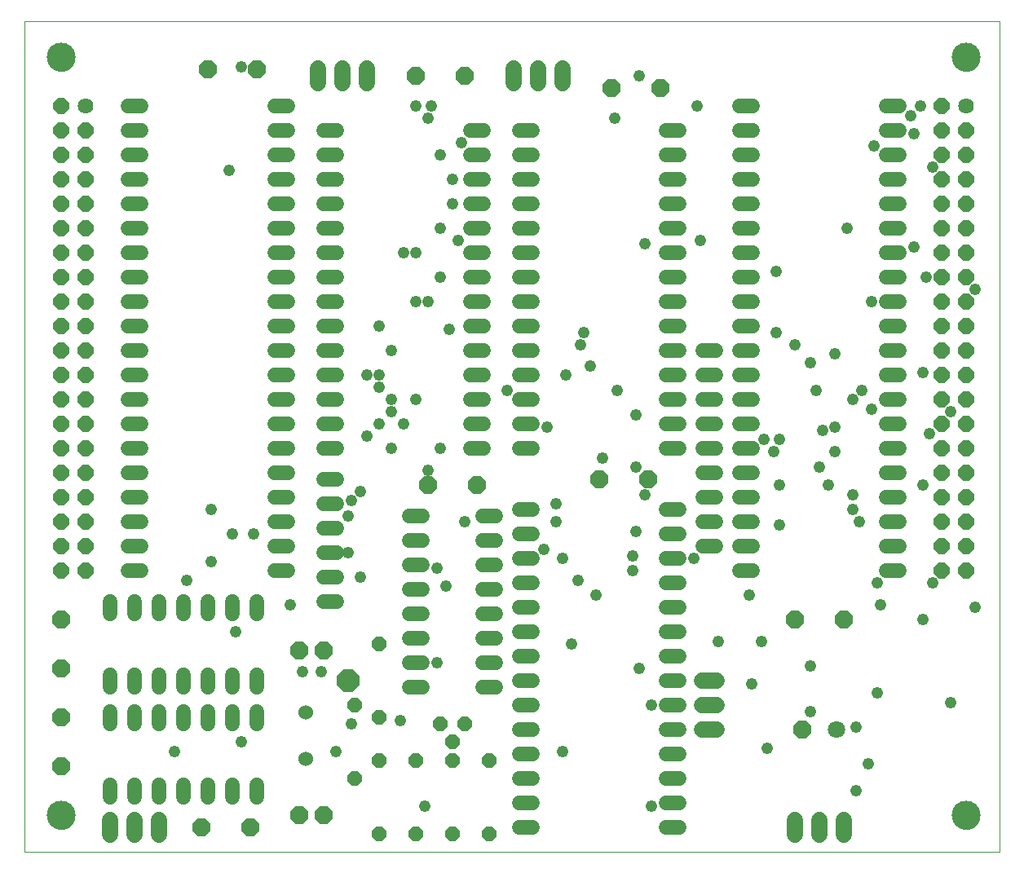
<source format=gbs>
G75*
%MOIN*%
%OFA0B0*%
%FSLAX25Y25*%
%IPPOS*%
%LPD*%
%AMOC8*
5,1,8,0,0,1.08239X$1,22.5*
%
%ADD10C,0.00000*%
%ADD11C,0.11824*%
%ADD12C,0.06000*%
%ADD13C,0.06400*%
%ADD14OC8,0.06400*%
%ADD15C,0.06800*%
%ADD16C,0.06000*%
%ADD17OC8,0.06000*%
%ADD18OC8,0.07100*%
%ADD19C,0.07100*%
%ADD20OC8,0.09300*%
%ADD21C,0.04800*%
D10*
X0001500Y0009721D02*
X0001500Y0349682D01*
X0400201Y0349682D01*
X0400201Y0009721D01*
X0001500Y0009721D01*
X0010988Y0024721D02*
X0010990Y0024869D01*
X0010996Y0025017D01*
X0011006Y0025165D01*
X0011020Y0025312D01*
X0011038Y0025459D01*
X0011059Y0025605D01*
X0011085Y0025751D01*
X0011115Y0025896D01*
X0011148Y0026040D01*
X0011186Y0026183D01*
X0011227Y0026325D01*
X0011272Y0026466D01*
X0011320Y0026606D01*
X0011373Y0026745D01*
X0011429Y0026882D01*
X0011489Y0027017D01*
X0011552Y0027151D01*
X0011619Y0027283D01*
X0011690Y0027413D01*
X0011764Y0027541D01*
X0011841Y0027667D01*
X0011922Y0027791D01*
X0012006Y0027913D01*
X0012093Y0028032D01*
X0012184Y0028149D01*
X0012278Y0028264D01*
X0012374Y0028376D01*
X0012474Y0028486D01*
X0012576Y0028592D01*
X0012682Y0028696D01*
X0012790Y0028797D01*
X0012901Y0028895D01*
X0013014Y0028991D01*
X0013130Y0029083D01*
X0013248Y0029172D01*
X0013369Y0029257D01*
X0013492Y0029340D01*
X0013617Y0029419D01*
X0013744Y0029495D01*
X0013873Y0029567D01*
X0014004Y0029636D01*
X0014137Y0029701D01*
X0014272Y0029762D01*
X0014408Y0029820D01*
X0014545Y0029875D01*
X0014684Y0029925D01*
X0014825Y0029972D01*
X0014966Y0030015D01*
X0015109Y0030055D01*
X0015253Y0030090D01*
X0015397Y0030122D01*
X0015543Y0030149D01*
X0015689Y0030173D01*
X0015836Y0030193D01*
X0015983Y0030209D01*
X0016130Y0030221D01*
X0016278Y0030229D01*
X0016426Y0030233D01*
X0016574Y0030233D01*
X0016722Y0030229D01*
X0016870Y0030221D01*
X0017017Y0030209D01*
X0017164Y0030193D01*
X0017311Y0030173D01*
X0017457Y0030149D01*
X0017603Y0030122D01*
X0017747Y0030090D01*
X0017891Y0030055D01*
X0018034Y0030015D01*
X0018175Y0029972D01*
X0018316Y0029925D01*
X0018455Y0029875D01*
X0018592Y0029820D01*
X0018728Y0029762D01*
X0018863Y0029701D01*
X0018996Y0029636D01*
X0019127Y0029567D01*
X0019256Y0029495D01*
X0019383Y0029419D01*
X0019508Y0029340D01*
X0019631Y0029257D01*
X0019752Y0029172D01*
X0019870Y0029083D01*
X0019986Y0028991D01*
X0020099Y0028895D01*
X0020210Y0028797D01*
X0020318Y0028696D01*
X0020424Y0028592D01*
X0020526Y0028486D01*
X0020626Y0028376D01*
X0020722Y0028264D01*
X0020816Y0028149D01*
X0020907Y0028032D01*
X0020994Y0027913D01*
X0021078Y0027791D01*
X0021159Y0027667D01*
X0021236Y0027541D01*
X0021310Y0027413D01*
X0021381Y0027283D01*
X0021448Y0027151D01*
X0021511Y0027017D01*
X0021571Y0026882D01*
X0021627Y0026745D01*
X0021680Y0026606D01*
X0021728Y0026466D01*
X0021773Y0026325D01*
X0021814Y0026183D01*
X0021852Y0026040D01*
X0021885Y0025896D01*
X0021915Y0025751D01*
X0021941Y0025605D01*
X0021962Y0025459D01*
X0021980Y0025312D01*
X0021994Y0025165D01*
X0022004Y0025017D01*
X0022010Y0024869D01*
X0022012Y0024721D01*
X0022010Y0024573D01*
X0022004Y0024425D01*
X0021994Y0024277D01*
X0021980Y0024130D01*
X0021962Y0023983D01*
X0021941Y0023837D01*
X0021915Y0023691D01*
X0021885Y0023546D01*
X0021852Y0023402D01*
X0021814Y0023259D01*
X0021773Y0023117D01*
X0021728Y0022976D01*
X0021680Y0022836D01*
X0021627Y0022697D01*
X0021571Y0022560D01*
X0021511Y0022425D01*
X0021448Y0022291D01*
X0021381Y0022159D01*
X0021310Y0022029D01*
X0021236Y0021901D01*
X0021159Y0021775D01*
X0021078Y0021651D01*
X0020994Y0021529D01*
X0020907Y0021410D01*
X0020816Y0021293D01*
X0020722Y0021178D01*
X0020626Y0021066D01*
X0020526Y0020956D01*
X0020424Y0020850D01*
X0020318Y0020746D01*
X0020210Y0020645D01*
X0020099Y0020547D01*
X0019986Y0020451D01*
X0019870Y0020359D01*
X0019752Y0020270D01*
X0019631Y0020185D01*
X0019508Y0020102D01*
X0019383Y0020023D01*
X0019256Y0019947D01*
X0019127Y0019875D01*
X0018996Y0019806D01*
X0018863Y0019741D01*
X0018728Y0019680D01*
X0018592Y0019622D01*
X0018455Y0019567D01*
X0018316Y0019517D01*
X0018175Y0019470D01*
X0018034Y0019427D01*
X0017891Y0019387D01*
X0017747Y0019352D01*
X0017603Y0019320D01*
X0017457Y0019293D01*
X0017311Y0019269D01*
X0017164Y0019249D01*
X0017017Y0019233D01*
X0016870Y0019221D01*
X0016722Y0019213D01*
X0016574Y0019209D01*
X0016426Y0019209D01*
X0016278Y0019213D01*
X0016130Y0019221D01*
X0015983Y0019233D01*
X0015836Y0019249D01*
X0015689Y0019269D01*
X0015543Y0019293D01*
X0015397Y0019320D01*
X0015253Y0019352D01*
X0015109Y0019387D01*
X0014966Y0019427D01*
X0014825Y0019470D01*
X0014684Y0019517D01*
X0014545Y0019567D01*
X0014408Y0019622D01*
X0014272Y0019680D01*
X0014137Y0019741D01*
X0014004Y0019806D01*
X0013873Y0019875D01*
X0013744Y0019947D01*
X0013617Y0020023D01*
X0013492Y0020102D01*
X0013369Y0020185D01*
X0013248Y0020270D01*
X0013130Y0020359D01*
X0013014Y0020451D01*
X0012901Y0020547D01*
X0012790Y0020645D01*
X0012682Y0020746D01*
X0012576Y0020850D01*
X0012474Y0020956D01*
X0012374Y0021066D01*
X0012278Y0021178D01*
X0012184Y0021293D01*
X0012093Y0021410D01*
X0012006Y0021529D01*
X0011922Y0021651D01*
X0011841Y0021775D01*
X0011764Y0021901D01*
X0011690Y0022029D01*
X0011619Y0022159D01*
X0011552Y0022291D01*
X0011489Y0022425D01*
X0011429Y0022560D01*
X0011373Y0022697D01*
X0011320Y0022836D01*
X0011272Y0022976D01*
X0011227Y0023117D01*
X0011186Y0023259D01*
X0011148Y0023402D01*
X0011115Y0023546D01*
X0011085Y0023691D01*
X0011059Y0023837D01*
X0011038Y0023983D01*
X0011020Y0024130D01*
X0011006Y0024277D01*
X0010996Y0024425D01*
X0010990Y0024573D01*
X0010988Y0024721D01*
X0010988Y0334721D02*
X0010990Y0334869D01*
X0010996Y0335017D01*
X0011006Y0335165D01*
X0011020Y0335312D01*
X0011038Y0335459D01*
X0011059Y0335605D01*
X0011085Y0335751D01*
X0011115Y0335896D01*
X0011148Y0336040D01*
X0011186Y0336183D01*
X0011227Y0336325D01*
X0011272Y0336466D01*
X0011320Y0336606D01*
X0011373Y0336745D01*
X0011429Y0336882D01*
X0011489Y0337017D01*
X0011552Y0337151D01*
X0011619Y0337283D01*
X0011690Y0337413D01*
X0011764Y0337541D01*
X0011841Y0337667D01*
X0011922Y0337791D01*
X0012006Y0337913D01*
X0012093Y0338032D01*
X0012184Y0338149D01*
X0012278Y0338264D01*
X0012374Y0338376D01*
X0012474Y0338486D01*
X0012576Y0338592D01*
X0012682Y0338696D01*
X0012790Y0338797D01*
X0012901Y0338895D01*
X0013014Y0338991D01*
X0013130Y0339083D01*
X0013248Y0339172D01*
X0013369Y0339257D01*
X0013492Y0339340D01*
X0013617Y0339419D01*
X0013744Y0339495D01*
X0013873Y0339567D01*
X0014004Y0339636D01*
X0014137Y0339701D01*
X0014272Y0339762D01*
X0014408Y0339820D01*
X0014545Y0339875D01*
X0014684Y0339925D01*
X0014825Y0339972D01*
X0014966Y0340015D01*
X0015109Y0340055D01*
X0015253Y0340090D01*
X0015397Y0340122D01*
X0015543Y0340149D01*
X0015689Y0340173D01*
X0015836Y0340193D01*
X0015983Y0340209D01*
X0016130Y0340221D01*
X0016278Y0340229D01*
X0016426Y0340233D01*
X0016574Y0340233D01*
X0016722Y0340229D01*
X0016870Y0340221D01*
X0017017Y0340209D01*
X0017164Y0340193D01*
X0017311Y0340173D01*
X0017457Y0340149D01*
X0017603Y0340122D01*
X0017747Y0340090D01*
X0017891Y0340055D01*
X0018034Y0340015D01*
X0018175Y0339972D01*
X0018316Y0339925D01*
X0018455Y0339875D01*
X0018592Y0339820D01*
X0018728Y0339762D01*
X0018863Y0339701D01*
X0018996Y0339636D01*
X0019127Y0339567D01*
X0019256Y0339495D01*
X0019383Y0339419D01*
X0019508Y0339340D01*
X0019631Y0339257D01*
X0019752Y0339172D01*
X0019870Y0339083D01*
X0019986Y0338991D01*
X0020099Y0338895D01*
X0020210Y0338797D01*
X0020318Y0338696D01*
X0020424Y0338592D01*
X0020526Y0338486D01*
X0020626Y0338376D01*
X0020722Y0338264D01*
X0020816Y0338149D01*
X0020907Y0338032D01*
X0020994Y0337913D01*
X0021078Y0337791D01*
X0021159Y0337667D01*
X0021236Y0337541D01*
X0021310Y0337413D01*
X0021381Y0337283D01*
X0021448Y0337151D01*
X0021511Y0337017D01*
X0021571Y0336882D01*
X0021627Y0336745D01*
X0021680Y0336606D01*
X0021728Y0336466D01*
X0021773Y0336325D01*
X0021814Y0336183D01*
X0021852Y0336040D01*
X0021885Y0335896D01*
X0021915Y0335751D01*
X0021941Y0335605D01*
X0021962Y0335459D01*
X0021980Y0335312D01*
X0021994Y0335165D01*
X0022004Y0335017D01*
X0022010Y0334869D01*
X0022012Y0334721D01*
X0022010Y0334573D01*
X0022004Y0334425D01*
X0021994Y0334277D01*
X0021980Y0334130D01*
X0021962Y0333983D01*
X0021941Y0333837D01*
X0021915Y0333691D01*
X0021885Y0333546D01*
X0021852Y0333402D01*
X0021814Y0333259D01*
X0021773Y0333117D01*
X0021728Y0332976D01*
X0021680Y0332836D01*
X0021627Y0332697D01*
X0021571Y0332560D01*
X0021511Y0332425D01*
X0021448Y0332291D01*
X0021381Y0332159D01*
X0021310Y0332029D01*
X0021236Y0331901D01*
X0021159Y0331775D01*
X0021078Y0331651D01*
X0020994Y0331529D01*
X0020907Y0331410D01*
X0020816Y0331293D01*
X0020722Y0331178D01*
X0020626Y0331066D01*
X0020526Y0330956D01*
X0020424Y0330850D01*
X0020318Y0330746D01*
X0020210Y0330645D01*
X0020099Y0330547D01*
X0019986Y0330451D01*
X0019870Y0330359D01*
X0019752Y0330270D01*
X0019631Y0330185D01*
X0019508Y0330102D01*
X0019383Y0330023D01*
X0019256Y0329947D01*
X0019127Y0329875D01*
X0018996Y0329806D01*
X0018863Y0329741D01*
X0018728Y0329680D01*
X0018592Y0329622D01*
X0018455Y0329567D01*
X0018316Y0329517D01*
X0018175Y0329470D01*
X0018034Y0329427D01*
X0017891Y0329387D01*
X0017747Y0329352D01*
X0017603Y0329320D01*
X0017457Y0329293D01*
X0017311Y0329269D01*
X0017164Y0329249D01*
X0017017Y0329233D01*
X0016870Y0329221D01*
X0016722Y0329213D01*
X0016574Y0329209D01*
X0016426Y0329209D01*
X0016278Y0329213D01*
X0016130Y0329221D01*
X0015983Y0329233D01*
X0015836Y0329249D01*
X0015689Y0329269D01*
X0015543Y0329293D01*
X0015397Y0329320D01*
X0015253Y0329352D01*
X0015109Y0329387D01*
X0014966Y0329427D01*
X0014825Y0329470D01*
X0014684Y0329517D01*
X0014545Y0329567D01*
X0014408Y0329622D01*
X0014272Y0329680D01*
X0014137Y0329741D01*
X0014004Y0329806D01*
X0013873Y0329875D01*
X0013744Y0329947D01*
X0013617Y0330023D01*
X0013492Y0330102D01*
X0013369Y0330185D01*
X0013248Y0330270D01*
X0013130Y0330359D01*
X0013014Y0330451D01*
X0012901Y0330547D01*
X0012790Y0330645D01*
X0012682Y0330746D01*
X0012576Y0330850D01*
X0012474Y0330956D01*
X0012374Y0331066D01*
X0012278Y0331178D01*
X0012184Y0331293D01*
X0012093Y0331410D01*
X0012006Y0331529D01*
X0011922Y0331651D01*
X0011841Y0331775D01*
X0011764Y0331901D01*
X0011690Y0332029D01*
X0011619Y0332159D01*
X0011552Y0332291D01*
X0011489Y0332425D01*
X0011429Y0332560D01*
X0011373Y0332697D01*
X0011320Y0332836D01*
X0011272Y0332976D01*
X0011227Y0333117D01*
X0011186Y0333259D01*
X0011148Y0333402D01*
X0011115Y0333546D01*
X0011085Y0333691D01*
X0011059Y0333837D01*
X0011038Y0333983D01*
X0011020Y0334130D01*
X0011006Y0334277D01*
X0010996Y0334425D01*
X0010990Y0334573D01*
X0010988Y0334721D01*
X0380988Y0334721D02*
X0380990Y0334869D01*
X0380996Y0335017D01*
X0381006Y0335165D01*
X0381020Y0335312D01*
X0381038Y0335459D01*
X0381059Y0335605D01*
X0381085Y0335751D01*
X0381115Y0335896D01*
X0381148Y0336040D01*
X0381186Y0336183D01*
X0381227Y0336325D01*
X0381272Y0336466D01*
X0381320Y0336606D01*
X0381373Y0336745D01*
X0381429Y0336882D01*
X0381489Y0337017D01*
X0381552Y0337151D01*
X0381619Y0337283D01*
X0381690Y0337413D01*
X0381764Y0337541D01*
X0381841Y0337667D01*
X0381922Y0337791D01*
X0382006Y0337913D01*
X0382093Y0338032D01*
X0382184Y0338149D01*
X0382278Y0338264D01*
X0382374Y0338376D01*
X0382474Y0338486D01*
X0382576Y0338592D01*
X0382682Y0338696D01*
X0382790Y0338797D01*
X0382901Y0338895D01*
X0383014Y0338991D01*
X0383130Y0339083D01*
X0383248Y0339172D01*
X0383369Y0339257D01*
X0383492Y0339340D01*
X0383617Y0339419D01*
X0383744Y0339495D01*
X0383873Y0339567D01*
X0384004Y0339636D01*
X0384137Y0339701D01*
X0384272Y0339762D01*
X0384408Y0339820D01*
X0384545Y0339875D01*
X0384684Y0339925D01*
X0384825Y0339972D01*
X0384966Y0340015D01*
X0385109Y0340055D01*
X0385253Y0340090D01*
X0385397Y0340122D01*
X0385543Y0340149D01*
X0385689Y0340173D01*
X0385836Y0340193D01*
X0385983Y0340209D01*
X0386130Y0340221D01*
X0386278Y0340229D01*
X0386426Y0340233D01*
X0386574Y0340233D01*
X0386722Y0340229D01*
X0386870Y0340221D01*
X0387017Y0340209D01*
X0387164Y0340193D01*
X0387311Y0340173D01*
X0387457Y0340149D01*
X0387603Y0340122D01*
X0387747Y0340090D01*
X0387891Y0340055D01*
X0388034Y0340015D01*
X0388175Y0339972D01*
X0388316Y0339925D01*
X0388455Y0339875D01*
X0388592Y0339820D01*
X0388728Y0339762D01*
X0388863Y0339701D01*
X0388996Y0339636D01*
X0389127Y0339567D01*
X0389256Y0339495D01*
X0389383Y0339419D01*
X0389508Y0339340D01*
X0389631Y0339257D01*
X0389752Y0339172D01*
X0389870Y0339083D01*
X0389986Y0338991D01*
X0390099Y0338895D01*
X0390210Y0338797D01*
X0390318Y0338696D01*
X0390424Y0338592D01*
X0390526Y0338486D01*
X0390626Y0338376D01*
X0390722Y0338264D01*
X0390816Y0338149D01*
X0390907Y0338032D01*
X0390994Y0337913D01*
X0391078Y0337791D01*
X0391159Y0337667D01*
X0391236Y0337541D01*
X0391310Y0337413D01*
X0391381Y0337283D01*
X0391448Y0337151D01*
X0391511Y0337017D01*
X0391571Y0336882D01*
X0391627Y0336745D01*
X0391680Y0336606D01*
X0391728Y0336466D01*
X0391773Y0336325D01*
X0391814Y0336183D01*
X0391852Y0336040D01*
X0391885Y0335896D01*
X0391915Y0335751D01*
X0391941Y0335605D01*
X0391962Y0335459D01*
X0391980Y0335312D01*
X0391994Y0335165D01*
X0392004Y0335017D01*
X0392010Y0334869D01*
X0392012Y0334721D01*
X0392010Y0334573D01*
X0392004Y0334425D01*
X0391994Y0334277D01*
X0391980Y0334130D01*
X0391962Y0333983D01*
X0391941Y0333837D01*
X0391915Y0333691D01*
X0391885Y0333546D01*
X0391852Y0333402D01*
X0391814Y0333259D01*
X0391773Y0333117D01*
X0391728Y0332976D01*
X0391680Y0332836D01*
X0391627Y0332697D01*
X0391571Y0332560D01*
X0391511Y0332425D01*
X0391448Y0332291D01*
X0391381Y0332159D01*
X0391310Y0332029D01*
X0391236Y0331901D01*
X0391159Y0331775D01*
X0391078Y0331651D01*
X0390994Y0331529D01*
X0390907Y0331410D01*
X0390816Y0331293D01*
X0390722Y0331178D01*
X0390626Y0331066D01*
X0390526Y0330956D01*
X0390424Y0330850D01*
X0390318Y0330746D01*
X0390210Y0330645D01*
X0390099Y0330547D01*
X0389986Y0330451D01*
X0389870Y0330359D01*
X0389752Y0330270D01*
X0389631Y0330185D01*
X0389508Y0330102D01*
X0389383Y0330023D01*
X0389256Y0329947D01*
X0389127Y0329875D01*
X0388996Y0329806D01*
X0388863Y0329741D01*
X0388728Y0329680D01*
X0388592Y0329622D01*
X0388455Y0329567D01*
X0388316Y0329517D01*
X0388175Y0329470D01*
X0388034Y0329427D01*
X0387891Y0329387D01*
X0387747Y0329352D01*
X0387603Y0329320D01*
X0387457Y0329293D01*
X0387311Y0329269D01*
X0387164Y0329249D01*
X0387017Y0329233D01*
X0386870Y0329221D01*
X0386722Y0329213D01*
X0386574Y0329209D01*
X0386426Y0329209D01*
X0386278Y0329213D01*
X0386130Y0329221D01*
X0385983Y0329233D01*
X0385836Y0329249D01*
X0385689Y0329269D01*
X0385543Y0329293D01*
X0385397Y0329320D01*
X0385253Y0329352D01*
X0385109Y0329387D01*
X0384966Y0329427D01*
X0384825Y0329470D01*
X0384684Y0329517D01*
X0384545Y0329567D01*
X0384408Y0329622D01*
X0384272Y0329680D01*
X0384137Y0329741D01*
X0384004Y0329806D01*
X0383873Y0329875D01*
X0383744Y0329947D01*
X0383617Y0330023D01*
X0383492Y0330102D01*
X0383369Y0330185D01*
X0383248Y0330270D01*
X0383130Y0330359D01*
X0383014Y0330451D01*
X0382901Y0330547D01*
X0382790Y0330645D01*
X0382682Y0330746D01*
X0382576Y0330850D01*
X0382474Y0330956D01*
X0382374Y0331066D01*
X0382278Y0331178D01*
X0382184Y0331293D01*
X0382093Y0331410D01*
X0382006Y0331529D01*
X0381922Y0331651D01*
X0381841Y0331775D01*
X0381764Y0331901D01*
X0381690Y0332029D01*
X0381619Y0332159D01*
X0381552Y0332291D01*
X0381489Y0332425D01*
X0381429Y0332560D01*
X0381373Y0332697D01*
X0381320Y0332836D01*
X0381272Y0332976D01*
X0381227Y0333117D01*
X0381186Y0333259D01*
X0381148Y0333402D01*
X0381115Y0333546D01*
X0381085Y0333691D01*
X0381059Y0333837D01*
X0381038Y0333983D01*
X0381020Y0334130D01*
X0381006Y0334277D01*
X0380996Y0334425D01*
X0380990Y0334573D01*
X0380988Y0334721D01*
X0380988Y0024721D02*
X0380990Y0024869D01*
X0380996Y0025017D01*
X0381006Y0025165D01*
X0381020Y0025312D01*
X0381038Y0025459D01*
X0381059Y0025605D01*
X0381085Y0025751D01*
X0381115Y0025896D01*
X0381148Y0026040D01*
X0381186Y0026183D01*
X0381227Y0026325D01*
X0381272Y0026466D01*
X0381320Y0026606D01*
X0381373Y0026745D01*
X0381429Y0026882D01*
X0381489Y0027017D01*
X0381552Y0027151D01*
X0381619Y0027283D01*
X0381690Y0027413D01*
X0381764Y0027541D01*
X0381841Y0027667D01*
X0381922Y0027791D01*
X0382006Y0027913D01*
X0382093Y0028032D01*
X0382184Y0028149D01*
X0382278Y0028264D01*
X0382374Y0028376D01*
X0382474Y0028486D01*
X0382576Y0028592D01*
X0382682Y0028696D01*
X0382790Y0028797D01*
X0382901Y0028895D01*
X0383014Y0028991D01*
X0383130Y0029083D01*
X0383248Y0029172D01*
X0383369Y0029257D01*
X0383492Y0029340D01*
X0383617Y0029419D01*
X0383744Y0029495D01*
X0383873Y0029567D01*
X0384004Y0029636D01*
X0384137Y0029701D01*
X0384272Y0029762D01*
X0384408Y0029820D01*
X0384545Y0029875D01*
X0384684Y0029925D01*
X0384825Y0029972D01*
X0384966Y0030015D01*
X0385109Y0030055D01*
X0385253Y0030090D01*
X0385397Y0030122D01*
X0385543Y0030149D01*
X0385689Y0030173D01*
X0385836Y0030193D01*
X0385983Y0030209D01*
X0386130Y0030221D01*
X0386278Y0030229D01*
X0386426Y0030233D01*
X0386574Y0030233D01*
X0386722Y0030229D01*
X0386870Y0030221D01*
X0387017Y0030209D01*
X0387164Y0030193D01*
X0387311Y0030173D01*
X0387457Y0030149D01*
X0387603Y0030122D01*
X0387747Y0030090D01*
X0387891Y0030055D01*
X0388034Y0030015D01*
X0388175Y0029972D01*
X0388316Y0029925D01*
X0388455Y0029875D01*
X0388592Y0029820D01*
X0388728Y0029762D01*
X0388863Y0029701D01*
X0388996Y0029636D01*
X0389127Y0029567D01*
X0389256Y0029495D01*
X0389383Y0029419D01*
X0389508Y0029340D01*
X0389631Y0029257D01*
X0389752Y0029172D01*
X0389870Y0029083D01*
X0389986Y0028991D01*
X0390099Y0028895D01*
X0390210Y0028797D01*
X0390318Y0028696D01*
X0390424Y0028592D01*
X0390526Y0028486D01*
X0390626Y0028376D01*
X0390722Y0028264D01*
X0390816Y0028149D01*
X0390907Y0028032D01*
X0390994Y0027913D01*
X0391078Y0027791D01*
X0391159Y0027667D01*
X0391236Y0027541D01*
X0391310Y0027413D01*
X0391381Y0027283D01*
X0391448Y0027151D01*
X0391511Y0027017D01*
X0391571Y0026882D01*
X0391627Y0026745D01*
X0391680Y0026606D01*
X0391728Y0026466D01*
X0391773Y0026325D01*
X0391814Y0026183D01*
X0391852Y0026040D01*
X0391885Y0025896D01*
X0391915Y0025751D01*
X0391941Y0025605D01*
X0391962Y0025459D01*
X0391980Y0025312D01*
X0391994Y0025165D01*
X0392004Y0025017D01*
X0392010Y0024869D01*
X0392012Y0024721D01*
X0392010Y0024573D01*
X0392004Y0024425D01*
X0391994Y0024277D01*
X0391980Y0024130D01*
X0391962Y0023983D01*
X0391941Y0023837D01*
X0391915Y0023691D01*
X0391885Y0023546D01*
X0391852Y0023402D01*
X0391814Y0023259D01*
X0391773Y0023117D01*
X0391728Y0022976D01*
X0391680Y0022836D01*
X0391627Y0022697D01*
X0391571Y0022560D01*
X0391511Y0022425D01*
X0391448Y0022291D01*
X0391381Y0022159D01*
X0391310Y0022029D01*
X0391236Y0021901D01*
X0391159Y0021775D01*
X0391078Y0021651D01*
X0390994Y0021529D01*
X0390907Y0021410D01*
X0390816Y0021293D01*
X0390722Y0021178D01*
X0390626Y0021066D01*
X0390526Y0020956D01*
X0390424Y0020850D01*
X0390318Y0020746D01*
X0390210Y0020645D01*
X0390099Y0020547D01*
X0389986Y0020451D01*
X0389870Y0020359D01*
X0389752Y0020270D01*
X0389631Y0020185D01*
X0389508Y0020102D01*
X0389383Y0020023D01*
X0389256Y0019947D01*
X0389127Y0019875D01*
X0388996Y0019806D01*
X0388863Y0019741D01*
X0388728Y0019680D01*
X0388592Y0019622D01*
X0388455Y0019567D01*
X0388316Y0019517D01*
X0388175Y0019470D01*
X0388034Y0019427D01*
X0387891Y0019387D01*
X0387747Y0019352D01*
X0387603Y0019320D01*
X0387457Y0019293D01*
X0387311Y0019269D01*
X0387164Y0019249D01*
X0387017Y0019233D01*
X0386870Y0019221D01*
X0386722Y0019213D01*
X0386574Y0019209D01*
X0386426Y0019209D01*
X0386278Y0019213D01*
X0386130Y0019221D01*
X0385983Y0019233D01*
X0385836Y0019249D01*
X0385689Y0019269D01*
X0385543Y0019293D01*
X0385397Y0019320D01*
X0385253Y0019352D01*
X0385109Y0019387D01*
X0384966Y0019427D01*
X0384825Y0019470D01*
X0384684Y0019517D01*
X0384545Y0019567D01*
X0384408Y0019622D01*
X0384272Y0019680D01*
X0384137Y0019741D01*
X0384004Y0019806D01*
X0383873Y0019875D01*
X0383744Y0019947D01*
X0383617Y0020023D01*
X0383492Y0020102D01*
X0383369Y0020185D01*
X0383248Y0020270D01*
X0383130Y0020359D01*
X0383014Y0020451D01*
X0382901Y0020547D01*
X0382790Y0020645D01*
X0382682Y0020746D01*
X0382576Y0020850D01*
X0382474Y0020956D01*
X0382374Y0021066D01*
X0382278Y0021178D01*
X0382184Y0021293D01*
X0382093Y0021410D01*
X0382006Y0021529D01*
X0381922Y0021651D01*
X0381841Y0021775D01*
X0381764Y0021901D01*
X0381690Y0022029D01*
X0381619Y0022159D01*
X0381552Y0022291D01*
X0381489Y0022425D01*
X0381429Y0022560D01*
X0381373Y0022697D01*
X0381320Y0022836D01*
X0381272Y0022976D01*
X0381227Y0023117D01*
X0381186Y0023259D01*
X0381148Y0023402D01*
X0381115Y0023546D01*
X0381085Y0023691D01*
X0381059Y0023837D01*
X0381038Y0023983D01*
X0381020Y0024130D01*
X0381006Y0024277D01*
X0380996Y0024425D01*
X0380990Y0024573D01*
X0380988Y0024721D01*
D11*
X0386500Y0024721D03*
X0386500Y0334721D03*
X0016500Y0334721D03*
X0016500Y0024721D03*
D12*
X0036500Y0032121D02*
X0036500Y0037321D01*
X0046500Y0037321D02*
X0046500Y0032121D01*
X0056500Y0032121D02*
X0056500Y0037321D01*
X0066500Y0037321D02*
X0066500Y0032121D01*
X0076500Y0032121D02*
X0076500Y0037321D01*
X0086500Y0037321D02*
X0086500Y0032121D01*
X0096500Y0032121D02*
X0096500Y0037321D01*
X0096500Y0062121D02*
X0096500Y0067321D01*
X0096500Y0077121D02*
X0096500Y0082321D01*
X0086500Y0082321D02*
X0086500Y0077121D01*
X0086500Y0067321D02*
X0086500Y0062121D01*
X0076500Y0062121D02*
X0076500Y0067321D01*
X0076500Y0077121D02*
X0076500Y0082321D01*
X0066500Y0082321D02*
X0066500Y0077121D01*
X0066500Y0067321D02*
X0066500Y0062121D01*
X0056500Y0062121D02*
X0056500Y0067321D01*
X0056500Y0077121D02*
X0056500Y0082321D01*
X0046500Y0082321D02*
X0046500Y0077121D01*
X0046500Y0067321D02*
X0046500Y0062121D01*
X0036500Y0062121D02*
X0036500Y0067321D01*
X0036500Y0077121D02*
X0036500Y0082321D01*
X0036500Y0107121D02*
X0036500Y0112321D01*
X0046500Y0112321D02*
X0046500Y0107121D01*
X0056500Y0107121D02*
X0056500Y0112321D01*
X0066500Y0112321D02*
X0066500Y0107121D01*
X0076500Y0107121D02*
X0076500Y0112321D01*
X0086500Y0112321D02*
X0086500Y0107121D01*
X0096500Y0107121D02*
X0096500Y0112321D01*
X0103900Y0124721D02*
X0109100Y0124721D01*
X0109100Y0134721D02*
X0103900Y0134721D01*
X0103900Y0144721D02*
X0109100Y0144721D01*
X0109100Y0154721D02*
X0103900Y0154721D01*
X0103900Y0164721D02*
X0109100Y0164721D01*
X0109100Y0174721D02*
X0103900Y0174721D01*
X0103900Y0184721D02*
X0109100Y0184721D01*
X0109100Y0194721D02*
X0103900Y0194721D01*
X0103900Y0204721D02*
X0109100Y0204721D01*
X0109100Y0214721D02*
X0103900Y0214721D01*
X0103900Y0224721D02*
X0109100Y0224721D01*
X0109100Y0234721D02*
X0103900Y0234721D01*
X0103900Y0244721D02*
X0109100Y0244721D01*
X0109100Y0254721D02*
X0103900Y0254721D01*
X0103900Y0264721D02*
X0109100Y0264721D01*
X0109100Y0274721D02*
X0103900Y0274721D01*
X0103900Y0284721D02*
X0109100Y0284721D01*
X0109100Y0294721D02*
X0103900Y0294721D01*
X0103900Y0304721D02*
X0109100Y0304721D01*
X0109100Y0314721D02*
X0103900Y0314721D01*
X0123900Y0304721D02*
X0129100Y0304721D01*
X0129100Y0294721D02*
X0123900Y0294721D01*
X0123900Y0284721D02*
X0129100Y0284721D01*
X0129100Y0274721D02*
X0123900Y0274721D01*
X0123900Y0264721D02*
X0129100Y0264721D01*
X0129100Y0254721D02*
X0123900Y0254721D01*
X0123900Y0244721D02*
X0129100Y0244721D01*
X0129100Y0234721D02*
X0123900Y0234721D01*
X0123900Y0224721D02*
X0129100Y0224721D01*
X0129100Y0214721D02*
X0123900Y0214721D01*
X0123900Y0204721D02*
X0129100Y0204721D01*
X0129100Y0194721D02*
X0123900Y0194721D01*
X0123900Y0184721D02*
X0129100Y0184721D01*
X0129100Y0174721D02*
X0123900Y0174721D01*
X0123900Y0162221D02*
X0129100Y0162221D01*
X0129100Y0152221D02*
X0123900Y0152221D01*
X0123900Y0142221D02*
X0129100Y0142221D01*
X0129100Y0132221D02*
X0123900Y0132221D01*
X0123900Y0122221D02*
X0129100Y0122221D01*
X0129100Y0112221D02*
X0123900Y0112221D01*
X0158900Y0117221D02*
X0164100Y0117221D01*
X0164100Y0127221D02*
X0158900Y0127221D01*
X0158900Y0137221D02*
X0164100Y0137221D01*
X0164100Y0147221D02*
X0158900Y0147221D01*
X0188900Y0147221D02*
X0194100Y0147221D01*
X0194100Y0137221D02*
X0188900Y0137221D01*
X0188900Y0127221D02*
X0194100Y0127221D01*
X0203900Y0129721D02*
X0209100Y0129721D01*
X0209100Y0119721D02*
X0203900Y0119721D01*
X0194100Y0117221D02*
X0188900Y0117221D01*
X0188900Y0107221D02*
X0194100Y0107221D01*
X0203900Y0109721D02*
X0209100Y0109721D01*
X0209100Y0099721D02*
X0203900Y0099721D01*
X0194100Y0097221D02*
X0188900Y0097221D01*
X0188900Y0087221D02*
X0194100Y0087221D01*
X0194100Y0077221D02*
X0188900Y0077221D01*
X0203900Y0079721D02*
X0209100Y0079721D01*
X0209100Y0089721D02*
X0203900Y0089721D01*
X0203900Y0069721D02*
X0209100Y0069721D01*
X0209100Y0059721D02*
X0203900Y0059721D01*
X0203900Y0049721D02*
X0209100Y0049721D01*
X0209100Y0039721D02*
X0203900Y0039721D01*
X0203900Y0029721D02*
X0209100Y0029721D01*
X0209100Y0019721D02*
X0203900Y0019721D01*
X0263900Y0019721D02*
X0269100Y0019721D01*
X0269100Y0029721D02*
X0263900Y0029721D01*
X0263900Y0039721D02*
X0269100Y0039721D01*
X0269100Y0049721D02*
X0263900Y0049721D01*
X0263900Y0059721D02*
X0269100Y0059721D01*
X0269100Y0069721D02*
X0263900Y0069721D01*
X0263900Y0079721D02*
X0269100Y0079721D01*
X0269100Y0089721D02*
X0263900Y0089721D01*
X0263900Y0099721D02*
X0269100Y0099721D01*
X0269100Y0109721D02*
X0263900Y0109721D01*
X0263900Y0119721D02*
X0269100Y0119721D01*
X0269100Y0129721D02*
X0263900Y0129721D01*
X0263900Y0139721D02*
X0269100Y0139721D01*
X0269100Y0149721D02*
X0263900Y0149721D01*
X0278900Y0154721D02*
X0284100Y0154721D01*
X0293900Y0154721D02*
X0299100Y0154721D01*
X0299100Y0164721D02*
X0293900Y0164721D01*
X0284100Y0164721D02*
X0278900Y0164721D01*
X0278900Y0174721D02*
X0284100Y0174721D01*
X0293900Y0174721D02*
X0299100Y0174721D01*
X0299100Y0184721D02*
X0293900Y0184721D01*
X0284100Y0184721D02*
X0278900Y0184721D01*
X0269100Y0184721D02*
X0263900Y0184721D01*
X0263900Y0194721D02*
X0269100Y0194721D01*
X0278900Y0194721D02*
X0284100Y0194721D01*
X0293900Y0194721D02*
X0299100Y0194721D01*
X0299100Y0204721D02*
X0293900Y0204721D01*
X0284100Y0204721D02*
X0278900Y0204721D01*
X0269100Y0204721D02*
X0263900Y0204721D01*
X0263900Y0214721D02*
X0269100Y0214721D01*
X0278900Y0214721D02*
X0284100Y0214721D01*
X0293900Y0214721D02*
X0299100Y0214721D01*
X0299100Y0224721D02*
X0293900Y0224721D01*
X0293900Y0234721D02*
X0299100Y0234721D01*
X0299100Y0244721D02*
X0293900Y0244721D01*
X0293900Y0254721D02*
X0299100Y0254721D01*
X0299100Y0264721D02*
X0293900Y0264721D01*
X0293900Y0274721D02*
X0299100Y0274721D01*
X0299100Y0284721D02*
X0293900Y0284721D01*
X0293900Y0294721D02*
X0299100Y0294721D01*
X0299100Y0304721D02*
X0293900Y0304721D01*
X0293900Y0314721D02*
X0299100Y0314721D01*
X0269100Y0304721D02*
X0263900Y0304721D01*
X0263900Y0294721D02*
X0269100Y0294721D01*
X0269100Y0284721D02*
X0263900Y0284721D01*
X0263900Y0274721D02*
X0269100Y0274721D01*
X0269100Y0264721D02*
X0263900Y0264721D01*
X0263900Y0254721D02*
X0269100Y0254721D01*
X0269100Y0244721D02*
X0263900Y0244721D01*
X0263900Y0234721D02*
X0269100Y0234721D01*
X0269100Y0224721D02*
X0263900Y0224721D01*
X0209100Y0224721D02*
X0203900Y0224721D01*
X0203900Y0234721D02*
X0209100Y0234721D01*
X0209100Y0244721D02*
X0203900Y0244721D01*
X0203900Y0254721D02*
X0209100Y0254721D01*
X0209100Y0264721D02*
X0203900Y0264721D01*
X0203900Y0274721D02*
X0209100Y0274721D01*
X0209100Y0284721D02*
X0203900Y0284721D01*
X0203900Y0294721D02*
X0209100Y0294721D01*
X0209100Y0304721D02*
X0203900Y0304721D01*
X0189100Y0304721D02*
X0183900Y0304721D01*
X0183900Y0294721D02*
X0189100Y0294721D01*
X0189100Y0284721D02*
X0183900Y0284721D01*
X0183900Y0274721D02*
X0189100Y0274721D01*
X0189100Y0264721D02*
X0183900Y0264721D01*
X0183900Y0254721D02*
X0189100Y0254721D01*
X0189100Y0244721D02*
X0183900Y0244721D01*
X0183900Y0234721D02*
X0189100Y0234721D01*
X0189100Y0224721D02*
X0183900Y0224721D01*
X0183900Y0214721D02*
X0189100Y0214721D01*
X0189100Y0204721D02*
X0183900Y0204721D01*
X0183900Y0194721D02*
X0189100Y0194721D01*
X0189100Y0184721D02*
X0183900Y0184721D01*
X0183900Y0174721D02*
X0189100Y0174721D01*
X0203900Y0174721D02*
X0209100Y0174721D01*
X0209100Y0184721D02*
X0203900Y0184721D01*
X0203900Y0194721D02*
X0209100Y0194721D01*
X0209100Y0204721D02*
X0203900Y0204721D01*
X0203900Y0214721D02*
X0209100Y0214721D01*
X0263900Y0174721D02*
X0269100Y0174721D01*
X0278900Y0144721D02*
X0284100Y0144721D01*
X0293900Y0144721D02*
X0299100Y0144721D01*
X0299100Y0134721D02*
X0293900Y0134721D01*
X0284100Y0134721D02*
X0278900Y0134721D01*
X0293900Y0124721D02*
X0299100Y0124721D01*
X0353900Y0124721D02*
X0359100Y0124721D01*
X0359100Y0134721D02*
X0353900Y0134721D01*
X0353900Y0144721D02*
X0359100Y0144721D01*
X0359100Y0154721D02*
X0353900Y0154721D01*
X0353900Y0164721D02*
X0359100Y0164721D01*
X0359100Y0174721D02*
X0353900Y0174721D01*
X0353900Y0184721D02*
X0359100Y0184721D01*
X0359100Y0194721D02*
X0353900Y0194721D01*
X0353900Y0204721D02*
X0359100Y0204721D01*
X0359100Y0214721D02*
X0353900Y0214721D01*
X0353900Y0224721D02*
X0359100Y0224721D01*
X0359100Y0234721D02*
X0353900Y0234721D01*
X0353900Y0244721D02*
X0359100Y0244721D01*
X0359100Y0254721D02*
X0353900Y0254721D01*
X0353900Y0264721D02*
X0359100Y0264721D01*
X0359100Y0274721D02*
X0353900Y0274721D01*
X0353900Y0284721D02*
X0359100Y0284721D01*
X0359100Y0294721D02*
X0353900Y0294721D01*
X0353900Y0304721D02*
X0359100Y0304721D01*
X0359100Y0314721D02*
X0353900Y0314721D01*
X0209100Y0149721D02*
X0203900Y0149721D01*
X0203900Y0139721D02*
X0209100Y0139721D01*
X0164100Y0107221D02*
X0158900Y0107221D01*
X0158900Y0097221D02*
X0164100Y0097221D01*
X0164100Y0087221D02*
X0158900Y0087221D01*
X0158900Y0077221D02*
X0164100Y0077221D01*
X0049100Y0124721D02*
X0043900Y0124721D01*
X0043900Y0134721D02*
X0049100Y0134721D01*
X0049100Y0144721D02*
X0043900Y0144721D01*
X0043900Y0154721D02*
X0049100Y0154721D01*
X0049100Y0164721D02*
X0043900Y0164721D01*
X0043900Y0174721D02*
X0049100Y0174721D01*
X0049100Y0184721D02*
X0043900Y0184721D01*
X0043900Y0194721D02*
X0049100Y0194721D01*
X0049100Y0204721D02*
X0043900Y0204721D01*
X0043900Y0214721D02*
X0049100Y0214721D01*
X0049100Y0224721D02*
X0043900Y0224721D01*
X0043900Y0234721D02*
X0049100Y0234721D01*
X0049100Y0244721D02*
X0043900Y0244721D01*
X0043900Y0254721D02*
X0049100Y0254721D01*
X0049100Y0264721D02*
X0043900Y0264721D01*
X0043900Y0274721D02*
X0049100Y0274721D01*
X0049100Y0284721D02*
X0043900Y0284721D01*
X0043900Y0294721D02*
X0049100Y0294721D01*
X0049100Y0304721D02*
X0043900Y0304721D01*
X0043900Y0314721D02*
X0049100Y0314721D01*
D13*
X0026500Y0314721D03*
X0386500Y0314721D03*
D14*
X0376500Y0314721D03*
X0376500Y0304721D03*
X0386500Y0304721D03*
X0386500Y0294721D03*
X0376500Y0294721D03*
X0376500Y0284721D03*
X0386500Y0284721D03*
X0386500Y0274721D03*
X0376500Y0274721D03*
X0376500Y0264721D03*
X0386500Y0264721D03*
X0386500Y0254721D03*
X0376500Y0254721D03*
X0376500Y0244721D03*
X0386500Y0244721D03*
X0386500Y0234721D03*
X0376500Y0234721D03*
X0376500Y0224721D03*
X0386500Y0224721D03*
X0386500Y0214721D03*
X0376500Y0214721D03*
X0376500Y0204721D03*
X0386500Y0204721D03*
X0386500Y0194721D03*
X0376500Y0194721D03*
X0376500Y0184721D03*
X0386500Y0184721D03*
X0386500Y0174721D03*
X0376500Y0174721D03*
X0376500Y0164721D03*
X0386500Y0164721D03*
X0386500Y0154721D03*
X0376500Y0154721D03*
X0376500Y0144721D03*
X0386500Y0144721D03*
X0386500Y0134721D03*
X0376500Y0134721D03*
X0376500Y0124721D03*
X0386500Y0124721D03*
X0026500Y0124721D03*
X0016500Y0124721D03*
X0016500Y0134721D03*
X0026500Y0134721D03*
X0026500Y0144721D03*
X0016500Y0144721D03*
X0016500Y0154721D03*
X0016500Y0164721D03*
X0026500Y0164721D03*
X0026500Y0154721D03*
X0026500Y0174721D03*
X0016500Y0174721D03*
X0016500Y0184721D03*
X0026500Y0184721D03*
X0026500Y0194721D03*
X0016500Y0194721D03*
X0016500Y0204721D03*
X0026500Y0204721D03*
X0026500Y0214721D03*
X0016500Y0214721D03*
X0016500Y0224721D03*
X0016500Y0234721D03*
X0026500Y0234721D03*
X0026500Y0224721D03*
X0026500Y0244721D03*
X0016500Y0244721D03*
X0016500Y0254721D03*
X0026500Y0254721D03*
X0026500Y0264721D03*
X0016500Y0264721D03*
X0016500Y0274721D03*
X0026500Y0274721D03*
X0026500Y0284721D03*
X0016500Y0284721D03*
X0016500Y0294721D03*
X0016500Y0304721D03*
X0026500Y0304721D03*
X0026500Y0294721D03*
X0016500Y0314721D03*
D15*
X0121500Y0324221D02*
X0121500Y0330221D01*
X0131500Y0330221D02*
X0131500Y0324221D01*
X0141500Y0324221D02*
X0141500Y0330221D01*
X0201500Y0330221D02*
X0201500Y0324221D01*
X0211500Y0324221D02*
X0211500Y0330221D01*
X0221500Y0330221D02*
X0221500Y0324221D01*
X0278500Y0079721D02*
X0284500Y0079721D01*
X0284500Y0069721D02*
X0278500Y0069721D01*
X0278500Y0059721D02*
X0284500Y0059721D01*
X0316500Y0022721D02*
X0316500Y0016721D01*
X0326500Y0016721D02*
X0326500Y0022721D01*
X0336500Y0022721D02*
X0336500Y0016721D01*
X0056500Y0016721D02*
X0056500Y0022721D01*
X0046500Y0022721D02*
X0046500Y0016721D01*
X0036500Y0016721D02*
X0036500Y0022721D01*
D16*
X0116500Y0047721D03*
X0116500Y0066721D03*
D17*
X0136500Y0069721D03*
X0146500Y0064721D03*
X0146500Y0047221D03*
X0136500Y0039721D03*
X0146500Y0017221D03*
X0161500Y0017221D03*
X0176500Y0017221D03*
X0191500Y0017221D03*
X0191500Y0047221D03*
X0176500Y0047221D03*
X0176500Y0054721D03*
X0171500Y0062221D03*
X0181500Y0062221D03*
X0161500Y0047221D03*
X0146500Y0094721D03*
D18*
X0124000Y0092221D03*
X0114000Y0092221D03*
X0114000Y0024721D03*
X0124000Y0024721D03*
X0094000Y0019721D03*
X0074000Y0019721D03*
X0016500Y0044721D03*
X0016500Y0064721D03*
X0016500Y0084721D03*
X0016500Y0104721D03*
X0166500Y0159721D03*
X0186500Y0159721D03*
X0236500Y0162221D03*
X0256500Y0162221D03*
X0316500Y0104721D03*
X0336500Y0104721D03*
X0319500Y0059721D03*
X0261500Y0322221D03*
X0241500Y0322221D03*
X0181500Y0327221D03*
X0161500Y0327221D03*
X0096500Y0329721D03*
X0076500Y0329721D03*
D19*
X0333500Y0059721D03*
D20*
X0134000Y0079721D03*
D21*
X0122750Y0083471D03*
X0115250Y0083471D03*
X0135250Y0062221D03*
X0129000Y0050971D03*
X0155250Y0063471D03*
X0170250Y0087221D03*
X0174000Y0118471D03*
X0170250Y0125971D03*
X0181500Y0144721D03*
X0166500Y0165971D03*
X0171500Y0174721D03*
X0156500Y0184721D03*
X0151500Y0189721D03*
X0151500Y0194721D03*
X0146500Y0199721D03*
X0146500Y0204721D03*
X0141500Y0204721D03*
X0151500Y0214721D03*
X0146500Y0224721D03*
X0161500Y0234721D03*
X0166500Y0234721D03*
X0171500Y0244721D03*
X0161500Y0254721D03*
X0156500Y0254721D03*
X0171500Y0264721D03*
X0179000Y0259721D03*
X0176500Y0274721D03*
X0176500Y0284721D03*
X0171500Y0294721D03*
X0180250Y0299721D03*
X0166500Y0309721D03*
X0167750Y0314721D03*
X0161500Y0314721D03*
X0090250Y0330971D03*
X0085250Y0288471D03*
X0175250Y0223471D03*
X0199000Y0198471D03*
X0215250Y0183471D03*
X0222750Y0204721D03*
X0232750Y0208471D03*
X0229000Y0217221D03*
X0230250Y0222221D03*
X0244000Y0198471D03*
X0251500Y0188471D03*
X0237750Y0170971D03*
X0251500Y0167221D03*
X0255250Y0155971D03*
X0251500Y0140971D03*
X0250250Y0130971D03*
X0250250Y0124721D03*
X0235250Y0114721D03*
X0227750Y0120971D03*
X0221500Y0129721D03*
X0214000Y0133471D03*
X0219000Y0144721D03*
X0219000Y0152221D03*
X0275250Y0129721D03*
X0297750Y0114721D03*
X0302750Y0095971D03*
X0285250Y0095971D03*
X0299000Y0078471D03*
X0322750Y0085971D03*
X0322750Y0067221D03*
X0341500Y0060971D03*
X0346500Y0045971D03*
X0341500Y0034721D03*
X0305250Y0052221D03*
X0350250Y0074721D03*
X0380250Y0070971D03*
X0369000Y0104721D03*
X0351500Y0110971D03*
X0350250Y0119721D03*
X0372750Y0119721D03*
X0390250Y0109721D03*
X0342750Y0144721D03*
X0340250Y0149721D03*
X0340250Y0155971D03*
X0330250Y0159721D03*
X0326500Y0167221D03*
X0332750Y0173471D03*
X0327750Y0182221D03*
X0332750Y0183471D03*
X0340250Y0194721D03*
X0344000Y0198471D03*
X0347750Y0190971D03*
X0369000Y0205971D03*
X0380250Y0189721D03*
X0371500Y0180971D03*
X0369000Y0159721D03*
X0325250Y0198471D03*
X0322750Y0209721D03*
X0316500Y0217221D03*
X0309000Y0222221D03*
X0332750Y0213471D03*
X0347750Y0234721D03*
X0370250Y0244721D03*
X0365250Y0257221D03*
X0390250Y0239721D03*
X0337750Y0264721D03*
X0309000Y0247221D03*
X0277750Y0259721D03*
X0255250Y0258471D03*
X0242750Y0309721D03*
X0252750Y0327221D03*
X0276500Y0314721D03*
X0349000Y0298471D03*
X0365250Y0303471D03*
X0364000Y0310971D03*
X0367750Y0314721D03*
X0372750Y0289721D03*
X0310250Y0178471D03*
X0307750Y0173471D03*
X0304000Y0178471D03*
X0310250Y0159721D03*
X0310250Y0143471D03*
X0252750Y0084721D03*
X0257750Y0069721D03*
X0221500Y0050971D03*
X0257750Y0028471D03*
X0225250Y0094721D03*
X0165250Y0028471D03*
X0090250Y0054721D03*
X0062750Y0050971D03*
X0087750Y0099721D03*
X0110250Y0110971D03*
X0134000Y0132221D03*
X0139000Y0122221D03*
X0134000Y0147221D03*
X0135250Y0153471D03*
X0139000Y0157221D03*
X0151500Y0174721D03*
X0141500Y0179721D03*
X0146500Y0184721D03*
X0161500Y0194721D03*
X0095250Y0139721D03*
X0086500Y0139721D03*
X0077750Y0149721D03*
X0077750Y0128471D03*
X0067750Y0120971D03*
M02*

</source>
